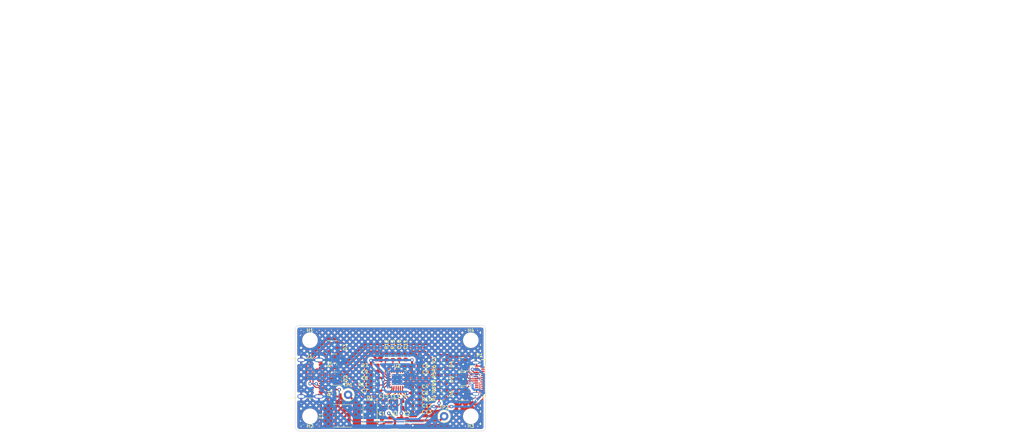
<source format=kicad_pcb>
(kicad_pcb (version 20211014) (generator pcbnew)
  (layers (0 "F.Cu" signal) (31 "B.Cu" signal) (34 "B.Paste" user) (35 "F.Paste" user) (36 "B.SilkS" user "B.Silkscreen") (37 "F.SilkS" user "F.Silkscreen") (38 "B.Mask" user) (39 "F.Mask" user) (44 "Edge.Cuts" user))
  (net 0 "")
  (net 1 "VBUS")
  (net 2 "GND")
  (net 3 "+3V3")
  (net 4 "Net-(C9-Pad1)")
  (net 5 "Net-(C10-Pad1)")
  (net 6 "Net-(C12-Pad1)")
  (net 7 "Net-(C14-Pad2)")
  (net 8 "Net-(C15-Pad2)")
  (net 9 "/USB_CONN.D-")
  (net 10 "/USB_CONN.D+")
  (net 11 "/USB_CONN.CC1")
  (net 12 "/USB_CONN.CC2")
  (net 13 "/USB.OUT.CC1")
  (net 14 "/USB.OUT.CC2")
  (net 15 "/SYS.D-")
  (net 16 "/SYS.D+")
  (net 17 "/GNSS.D+")
  (net 18 "/GNSS.D-")
  (net 19 "Net-(F1-Pad2)")
  (net 28 "/HUB.P1.D-")
  (net 29 "/HUB.P1.D+")
  (net 30 "/HUB.P2.D-")
  (net 31 "/HUB.P2.D+")
  (net 32 "Net-(R10-Pad1)")
  (net 33 "Net-(R11-Pad1)")
  (net 34 "Net-(R12-Pad1)")
  (net 35 "Net-(R13-Pad1)")
  (footprint "Resistor_SMD:R_0603_1608Metric" (layer "F.Cu") (at 128.4 127.5)
    (fp_text reference "R10")
    (fp_text value "12k")
  )
  (footprint "Package_TO_SOT_SMD:SOT-23" (layer "F.Cu") (at 139.3 119.2 180)
    (fp_text reference "D4")
    (fp_text value "SP0502BAHT")
  )
  (footprint "TestPoint:TestPoint_Loop_D1.80mm_Drill1.0mm_Beaded" (layer "F.Cu") (at 135.2 131.5)
    (fp_text reference "TP2")
    (fp_text value "TP.PWR.3V3")
  )
  (footprint "Resistor_SMD:R_0603_1608Metric" (layer "F.Cu") (at 134.8 127.152084)
    (fp_text reference "R4")
    (fp_text value "0")
  )
  (footprint "Crystal:Crystal_SMD_2016-4Pin_2.0x1.6mm" (layer "F.Cu") (at 123.1 128.7 -90)
    (fp_text reference "Y1")
    (fp_text value "24MHz")
  )
  (footprint "Fuse:Fuse_2920_7451Metric" (layer "F.Cu") (at 111.2 131.4 180)
    (fp_text reference "F1")
    (fp_text value "PTC,3A,15V")
  )
  (footprint "MountingHole:MountingHole_2.7mm_M2.5" (layer "F.Cu") (at 103.5 113.5)
    (fp_text reference "H1")
    (fp_text value "MountingHole")
  )
  (footprint "Connector_USB:USB_C_Receptacle_GCT_USB4105-xx-A_16P_TopMnt_Horizontal" (layer "F.Cu") (at 102.5 122.5 -90)
    (fp_text reference "J1")
    (fp_text value "USB_C_Receptacle_USB2.0")
  )
  (footprint "Capacitor_SMD:C_0603_1608Metric" (layer "F.Cu") (at 128.4 126)
    (fp_text reference "C3")
    (fp_text value "0.1uF")
  )
  (footprint "Capacitor_SMD:C_0603_1608Metric" (layer "F.Cu") (at 124.6 117.3 90)
    (fp_text reference "C10")
    (fp_text value "1uF")
  )
  (footprint "TestPoint:TestPoint_Loop_D1.80mm_Drill1.0mm_Beaded" (layer "F.Cu") (at 112.5 126.4)
    (fp_text reference "TP1")
    (fp_text value "TP.PWR.VBUS")
  )
  (footprint "Resistor_SMD:R_0603_1608Metric" (layer "F.Cu") (at 134.8 120.152084)
    (fp_text reference "R6")
    (fp_text value "0")
  )
  (footprint "Capacitor_SMD:C_0603_1608Metric" (layer "F.Cu") (at 126.4 132.9 -90)
    (fp_text reference "C2")
    (fp_text value "1uF")
  )
  (footprint "Capacitor_SMD:C_0603_1608Metric" (layer "F.Cu") (at 128.4 119.6)
    (fp_text reference "C6")
    (fp_text value "1nF")
  )
  (footprint "zesys_package_dfn_qfn:QFN-24-1EP_4x4mm_P0.5mm_EP2.5x2.5mm_ThermalVias" (layer "F.Cu") (at 124.1 122.79 180)
    (fp_text reference "U2")
    (fp_text value "USB2422")
  )
  (footprint "Capacitor_SMD:C_0603_1608Metric" (layer "F.Cu") (at 118.7 122.5 180)
    (fp_text reference "C8")
    (fp_text value "1nF")
  )
  (footprint "zesys_connector_usb:USB_C_Plug_GCT_USB4155-03-C" (layer "F.Cu") (at 143.6125 122.5 90)
    (fp_text reference "P1")
    (fp_text value "USB_C_Plug")
  )
  (footprint "MountingHole:MountingHole_2.7mm_M2.5" (layer "F.Cu") (at 141.5 113.5)
    (fp_text reference "H4")
    (fp_text value "MountingHole")
  )
  (footprint "Resistor_SMD:R_0603_1608Metric" (layer "F.Cu") (at 109.3 126 -90)
    (fp_text reference "R1")
    (fp_text value "5.1k")
  )
  (footprint "Capacitor_SMD:C_0603_1608Metric" (layer "F.Cu") (at 126.1 117.3 90)
    (fp_text reference "C11")
    (fp_text value "1nF")
  )
  (footprint "Capacitor_SMD:C_0603_1608Metric" (layer "F.Cu") (at 118.7 125.5 180)
    (fp_text reference "C7")
    (fp_text value "0.1uF")
  )
  (footprint "Capacitor_SMD:C_0603_1608Metric" (layer "F.Cu") (at 128.4 129)
    (fp_text reference "C12")
    (fp_text value "0.1uF")
  )
  (footprint "Capacitor_SMD:C_0603_1608Metric" (layer "F.Cu") (at 125.3 128.7 90)
    (fp_text reference "C14")
    (fp_text value "18pF")
  )
  (footprint "Resistor_SMD:R_0603_1608Metric" (layer "F.Cu") (at 134.8 118.252084)
    (fp_text reference "R3")
    (fp_text value "0")
  )
  (footprint "Capacitor_SMD:C_0603_1608Metric" (layer "F.Cu") (at 118.7 121 180)
    (fp_text reference "C9")
    (fp_text value "0.1uF")
  )
  (footprint "Package_TO_SOT_SMD:SOT-23" (layer "F.Cu") (at 139.3 126.2 180)
    (fp_text reference "D6")
    (fp_text value "SP0502BAHT")
  )
  (footprint "Resistor_SMD:R_0603_1608Metric" (layer "F.Cu") (at 118.7 124 180)
    (fp_text reference "R11")
    (fp_text value "56k")
  )
  (footprint "Resistor_SMD:R_0603_1608Metric" (layer "F.Cu") (at 134.8 121.752084)
    (fp_text reference "R5")
    (fp_text value "0")
  )
  (footprint "Package_TO_SOT_SMD:SOT-23" (layer "F.Cu") (at 139.3 122.702084 180)
    (fp_text reference "D5")
    (fp_text value "SP0502BAHT")
  )
  (footprint "Package_TO_SOT_SMD:SOT-23" (layer "F.Cu") (at 109.3 122.6 180)
    (fp_text reference "D2")
    (fp_text value "SP0502BAHT")
  )
  (footprint "Package_TO_SOT_SMD:SOT-23" (layer "F.Cu") (at 109.3 115.2)
    (fp_text reference "D3")
    (fp_text value "SP0502BAHT")
  )
  (footprint "MountingHole:MountingHole_2.7mm_M2.5" (layer "F.Cu") (at 141.5 131.5)
    (fp_text reference "H3")
    (fp_text value "MountingHole")
  )
  (footprint "Capacitor_SMD:C_0603_1608Metric" (layer "F.Cu") (at 128.4 121.1)
    (fp_text reference "C5")
    (fp_text value "0.1uF")
  )
  (footprint "Resistor_SMD:R_0603_1608Metric" (layer "F.Cu") (at 134.8 125.252084)
    (fp_text reference "R8")
    (fp_text value "0")
  )
  (footprint "Capacitor_SMD:C_0603_1608Metric" (layer "F.Cu") (at 120.9 128.7 90)
    (fp_text reference "C15")
    (fp_text value "18pF")
  )
  (footprint "MountingHole:MountingHole_2.7mm_M2.5" (layer "F.Cu") (at 103.5 131.5)
    (fp_text reference "H2")
    (fp_text value "MountingHole")
  )
  (footprint "Resistor_SMD:R_0603_1608Metric" (layer "F.Cu") (at 121.6 117.3 90)
    (fp_text reference "R12")
    (fp_text value "56k")
  )
  (footprint "Diode_SMD:D_SMA" (layer "F.Cu") (at 117.7 131.2 -90)
    (fp_text reference "D1")
    (fp_text value "SMAJ15A")
  )
  (footprint "Capacitor_SMD:C_0603_1608Metric" (layer "F.Cu") (at 128.4 124.5)
    (fp_text reference "C4")
    (fp_text value "1nF")
  )
  (footprint "Package_TO_SOT_SMD:SOT-23-5" (layer "F.Cu") (at 123.5 132.9)
    (fp_text reference "U1")
    (fp_text value "AP7375-33W5-7")
  )
  (footprint "Capacitor_SMD:C_0603_1608Metric" (layer "F.Cu") (at 128.4 130.5)
    (fp_text reference "C13")
    (fp_text value "1nF")
  )
  (footprint "Resistor_SMD:R_0603_1608Metric" (layer "F.Cu") (at 118.7 119.5)
    (fp_text reference "R7")
    (fp_text value "100k")
  )
  (footprint "Resistor_SMD:R_0603_1608Metric" (layer "F.Cu") (at 109.3 119.2 90)
    (fp_text reference "R2")
    (fp_text value "5.1k")
  )
  (footprint "Resistor_SMD:R_0603_1608Metric" (layer "F.Cu") (at 123.1 117.3 90)
    (fp_text reference "R13")
    (fp_text value "56k")
  )
  (footprint "Capacitor_SMD:C_0603_1608Metric" (layer "F.Cu") (at 120.5 132.9 -90)
    (fp_text reference "C1")
    (fp_text value "2.2uF")
  )
  (footprint "Resistor_SMD:R_0603_1608Metric" (layer "F.Cu") (at 134.8 123.652084)
    (fp_text reference "R9")
    (fp_text value "0")
  )
  (gr_line (start 100 134) (end 100 111) (layer "Edge.Cuts") (width 0.1))
  (gr_arc (start 101 135) (mid 100.292893 134.707107) (end 100 134) (layer "Edge.Cuts") (width 0.1))
  (gr_line (start 145 111) (end 145 134) (layer "Edge.Cuts") (width 0.1))
  (gr_arc (start 144 110) (mid 144.707107 110.292893) (end 145 111) (layer "Edge.Cuts") (width 0.1))
  (gr_line (start 144 135) (end 101 135) (layer "Edge.Cuts") (width 0.1))
  (gr_arc (start 145 134) (mid 144.707107 134.707107) (end 144 135) (layer "Edge.Cuts") (width 0.1))
  (gr_line (start 101 110) (end 144 110) (layer "Edge.Cuts") (width 0.1))
  (gr_arc (start 100 111) (mid 100.292893 110.292893) (end 101 110) (layer "Edge.Cuts") (width 0.1))
  (segment (start 143.73 123.9805) (end 143.8355 123.875) (width 0.127) (layer "F.Cu") (net 1))
  (segment (start 116.7875 129.2) (end 114.5875 131.4) (width 0.5) (layer "F.Cu") (net 1))
  (segment (start 136.9 129.2) (end 132.8 129.2) (width 0.5) (layer "F.Cu") (net 1))
  (segment (start 123.05 131.95) (end 122.3625 131.95) (width 0.5) (layer "F.Cu") (net 1))
  (segment (start 143.7236 121.125) (end 142.8625 121.125) (width 0.1778) (layer "F.Cu") (net 1))
  (segment (start 122.3625 131.0625) (end 122.1 130.8) (width 0.5) (layer "F.Cu") (net 1))
  (segment (start 123.051409 133.85) (end 123.6 133.301409) (width 0.5) (layer "F.Cu") (net 1))
  (segment (start 143.8355 123.875) (end 144.3625 123.875) (width 0.127) (layer "F.Cu") (net 1))
  (segment (start 144.1 126.043197) (end 143.73 125.673197) (width 0.127) (layer "F.Cu") (net 1))
  (segment (start 122.3625 133.85) (end 123.051409 133.85) (width 0.5) (layer "F.Cu") (net 1))
  (segment (start 120.675 131.95) (end 120.5 132.125) (width 0.5) (layer "F.Cu") (net 1))
  (segment (start 142.918953 127.740257) (end 144.1 126.55921) (width 0.127) (layer "F.Cu") (net 1))
  (segment (start 143.73 125.673197) (end 143.73 123.9805) (width 0.127) (layer "F.Cu") (net 1))
  (segment (start 142.849852 127.740257) (end 142.918953 127.740257) (width 0.127) (layer "F.Cu") (net 1))
  (segment (start 114.5875 128.4875) (end 114.5875 131.4) (width 0.5) (layer "F.Cu") (net 1))
  (segment (start 142.225 121.125) (end 141.9 120.8) (width 0.25) (layer "F.Cu") (net 1))
  (segment (start 112.5 126.4) (end 114.5875 128.4875) (width 0.5) (layer "F.Cu") (net 1))
  (segment (start 120.5 132.125) (end 120.5 132) (width 0.5) (layer "F.Cu") (net 1))
  (segment (start 143.8625 121.2639) (end 143.7236 121.125) (width 0.1778) (layer "F.Cu") (net 1))
  (segment (start 141.9 120.8) (end 141.9 120.4) (width 0.25) (layer "F.Cu") (net 1))
  (segment (start 144.2514 121.2639) (end 143.8625 121.2639) (width 0.1778) (layer "F.Cu") (net 1))
  (segment (start 120.5 132) (end 117.7 129.2) (width 0.5) (layer "F.Cu") (net 1))
  (segment (start 123.6 133.301409) (end 123.6 132.5) (width 0.5) (layer "F.Cu") (net 1))
  (segment (start 122.3625 131.95) (end 122.3625 131.0625) (width 0.5) (layer "F.Cu") (net 1))
  (segment (start 142.8625 121.125) (end 142.225 121.125) (width 0.25) (layer "F.Cu") (net 1))
  (segment (start 122.3625 131.95) (end 120.675 131.95) (width 0.5) (layer "F.Cu") (net 1))
  (segment (start 123.6 132.5) (end 123.05 131.95) (width 0.5) (layer "F.Cu") (net 1))
  (segment (start 117.7 129.2) (end 116.7875 129.2) (width 0.5) (layer "F.Cu") (net 1))
  (segment (start 144.3625 121.375) (end 144.2514 121.2639) (width 0.1778) (layer "F.Cu") (net 1))
  (segment (start 144.1 126.55921) (end 144.1 126.043197) (width 0.127) (layer "F.Cu") (net 1))
  (segment (start 141.9345 123.625) (end 141.91 123.6495) (width 0.2286) (layer "F.Cu") (net 1))
  (segment (start 142.8625 123.625) (end 141.9345 123.625) (width 0.2286) (layer "F.Cu") (net 1))
  (via (at 142.849852 127.740257) (size 0.5) (drill 0.3) (layers "F.Cu" "B.Cu") (net 1))
  (via (at 136.9 129.2) (size 0.8) (drill 0.4) (layers "F.Cu" "B.Cu") (net 1))
  (via (at 141.91 123.6495) (size 0.5) (drill 0.3) (layers "F.Cu" "B.Cu") (net 1))
  (via (at 141.9 120.4) (size 0.8) (drill 0.4) (layers "F.Cu" "B.Cu") (net 1))
  (via (at 122.1 130.8) (size 0.8) (drill 0.4) (layers "F.Cu" "B.Cu") (net 1))
  (via (at 132.8 129.2) (size 0.8) (drill 0.4) (layers "F.Cu" "B.Cu") (net 1))
  (segment (start 132.2 129.2) (end 129.2 132.2) (width 0.5) (layer "B.Cu") (net 1))
  (segment (start 143.3 120.4) (end 141.9 120.4) (width 0.5) (layer "B.Cu") (net 1))
  (segment (start 144.5635 121.6635) (end 143.3 120.4) (width 0.5) (layer "B.Cu") (net 1))
  (segment (start 144.5635 126.0135) (end 144.3135 126.0135) (width 0.5) (layer "B.Cu") (net 1))
  (segment (start 123.5 132.2) (end 122.1 130.8) (width 0.5) (layer "B.Cu") (net 1))
  (segment (start 144.5635 126.0135) (end 144.5635 121.6635) (width 0.5) (layer "B.Cu") (net 1))
  (segment (start 142.849852 127.740257) (end 144.5635 126.026609) (width 0.5) (layer "B.Cu") (net 1))
  (segment (start 142.849852 127.740257) (end 141.390109 129.2) (width 0.5) (layer "B.Cu") (net 1))
  (segment (start 132.8 129.2) (end 132.2 129.2) (width 0.5) (layer "B.Cu") (net 1))
  (segment (start 143.54 125.24) (end 142.31 125.24) (width 0.5) (layer "B.Cu") (net 1))
  (segment (start 141.91 124.84) (end 141.91 123.6495) (width 0.5) (layer "B.Cu") (net 1))
  (segment (start 144.3135 126.0135) (end 143.54 125.24) (width 0.5) (layer "B.Cu") (net 1))
  (segment (start 141.390109 129.2) (end 136.9 129.2) (width 0.5) (layer "B.Cu") (net 1))
  (segment (start 142.31 125.24) (end 141.91 124.84) (width 0.5) (layer "B.Cu") (net 1))
  (segment (start 129.2 132.2) (end 123.5 132.2) (width 0.5) (layer "B.Cu") (net 1))
  (segment (start 144.5635 126.026609) (end 144.5635 126.0135) (width 0.5) (layer "B.Cu") (net 1))
  (segment (start 121.6 116.475) (end 118.025 116.475) (width 0.5) (layer "F.Cu") (net 2))
  (segment (start 117.875 125.45) (end 117.925 125.5) (width 0.5) (layer "F.Cu") (net 2))
  (segment (start 129.225 127.5) (end 129.225 128.95) (width 0.5) (layer "F.Cu") (net 2))
  (segment (start 142.2 128.3) (end 143.4044 128.3) (width 0.127) (layer "F.Cu") (net 2))
  (segment (start 122.3625 132.9) (end 121.275 132.9) (width 0.5) (layer "F.Cu") (net 2))
  (segment (start 126.4 133.675) (end 127.775 133.675) (width 0.5) (layer "F.Cu") (net 2))
  (segment (start 109.3 118.375) (end 109.3 118.1) (width 0.5) (layer "F.Cu") (net 2))
  (segment (start 126.1 116.525) (end 124.6 116.525) (width 0.5) (layer "F.Cu") (net 2))
  (segment (start 109.375 118.3) (end 109.3 118.375) (width 0.5) (layer "F.Cu") (net 2))
  (segment (start 129.2 119.575) (end 129.175 119.6) (width 0.5) (layer "F.Cu") (net 2))
  (segment (start 118.175 133.675) (end 117.7 133.2) (width 0.5) (layer "F.Cu") (net 2))
  (segment (start 127.775 133.675) (end 127.8 133.7) (width 0.5) (layer "F.Cu") (net 2))
  (segment (start 138.3625 126.2) (end 139.7 126.2) (width 0.5) (layer "F.Cu") (net 2))
  (segment (start 129.175 124.5) (end 129.175 126) (width 0.5) (layer "F.Cu") (net 2))
  (segment (start 116.4 119.475) (end 117.925 121) (width 0.5) (layer "F.Cu") (net 2))
  (segment (start 123.1 116.475) (end 121.6 116.475) (width 0.5) (layer "F.Cu") (net 2))
  (segment (start 142.8625 119) (end 142.6625 118.8) (width 0.25) (layer "F.Cu") (net 2))
  (segment (start 129.2 117.5) (end 129.2 118.3) (width 0.5) (layer "F.Cu") (net 2))
  (segment (start 109.3 118.1) (end 110.2375 117.1625) (width 0.5) (layer "F.Cu") (net 2))
  (segment (start 143.625 119.625) (end 142.8625 119.625) (width 0.25) (layer "F.Cu") (net 2))
  (segment (start 120.875 129.5) (end 120.9 129.475) (width 0.5) (layer "F.Cu") (net 2))
  (segment (start 106.18 119.3) (end 106.18 118.755) (width 0.5) (layer "F.Cu") (net 2))
  (segment (start 110.9 128.1) (end 112.3 129.5) (width 0.5) (layer "F.Cu") (net 2))
  (segment (start 138.3625 119.2) (end 139.7 119.2) (width 0.5) (layer "F.Cu") (net 2))
  (segment (start 119.525 133.675) (end 118.175 133.675) (width 0.5) (layer "F.Cu") (net 2))
  (segment (start 129.175 129) (end 129.175 130.5) (width 0.5) (layer "F.Cu") (net 2))
  (segment (start 117.7 133.2) (end 117.7 131.4) (width 0.5) (layer "F.Cu") (net 2))
  (segment (start 109.3 126.825) (end 109.3 128.1) (width 0.5) (layer "F.Cu") (net 2))
  (segment (start 108.3625 122.6) (end 109.980654 122.6) (width 0.5) (layer "F.Cu") (net 2))
  (segment (start 129.225 128.95) (end 129.175 129) (width 0.5) (layer "F.Cu") (net 2))
  (segment (start 109.980654 122.6) (end 110.002058 122.578596) (width 0.5) (layer "F.Cu") (net 2))
  (segment (start 129.175 126) (end 129.175 127.45) (width 0.5) (layer "F.Cu") (net 2))
  (segment (start 129.175 127.45) (end 129.225 127.5) (width 0.5) (layer "F.Cu") (net 2))
  (segment (start 128.5 131.5) (end 129.175 130.825) (width 0.5) (layer "F.Cu") (net 2))
  (segment (start 117.925 121) (end 117.925 122.5) (width 0.5) (layer "F.Cu") (net 2))
  (segment (start 138.3625 122.702084) (end 139.697916 122.702084) (width 0.5) (layer "F.Cu") (net 2))
  (segment (start 126.1 116.525) (end 128.225 116.525) (width 0.5) (layer "F.Cu") (net 2))
  (segment (start 139.697916 122.702084) (end 139.7 122.7) (width 0.5) (layer "F.Cu") (net 2))
  (segment (start 129.175 121.1) (end 129.175 119.6) (width 0.5) (layer "F.Cu") (net 2))
  (segment (start 142.8625 125.125) (end 142.8625 126) (width 0.25) (layer "F.Cu") (net 2))
  (segment (start 139.7 126.2) (end 142.6625 126.2) (width 0.5) (layer "F.Cu") (net 2))
  (segment (start 143.4044 128.3) (end 143.95796 127.74644) (width 0.127) (layer "F.Cu") (net 2))
  (segment (start 129.2 118.3) (end 129.2 119.575) (width 0.5) (layer "F.Cu") (net 2))
  (segment (start 117.925 123.95) (end 117.875 124) (width 0.5) (layer "F.Cu") (net 2))
  (segment (start 144.3625 127.3419) (end 143.95796 127.74644) (width 0.127) (layer "F.Cu") (net 2))
  (segment (start 120.5 133.675) (end 119.525 133.675) (width 0.5) (layer "F.Cu") (net 2))
  (segment (start 131 124.5) (end 131.8 125.3) (width 0.5) (layer "F.Cu") (net 2))
  (segment (start 119.6 129.5) (end 120.875 129.5) (width 0.5) (layer "F.Cu") (net 2))
  (segment (start 127.2 131.5) (end 128.5 131.5) (width 0.5) (layer "F.Cu") (net 2))
  (segment (start 117.875 124) (end 117.875 125.45) (width 0.5) (layer "F.Cu") (net 2))
  (segment (start 128.225 116.525) (end 129.2 117.5) (width 0.5) (layer "F.Cu") (net 2))
  (segment (start 123.15 116.525) (end 123.1 116.475) (width 0.5) (layer "F.Cu") (net 2))
  (segment (start 124.6 116.525) (end 123.15 116.525) (width 0.5) (layer "F.Cu") (net 2))
  (segment (start 141.7 127.8) (end 142.2 128.3) (width 0.127) (layer "F.Cu") (net 2))
  (segment (start 127.8 133.7) (end 128 133.9) (width 0.5) (layer "F.Cu") (net 2))
  (segment (start 121.275 132.9) (end 120.5 133.675) (width 0.5) (layer "F.Cu") (net 2))
  (segment (start 116.4 118.1) (end 116.4 119.475) (width 0.5) (layer "F.Cu") (net 2))
  (segment (start 117.925 122.5) (end 117.925 123.95) (width 0.5) (layer "F.Cu") (net 2))
  (segment (start 106.18 125.7) (end 106.18 126.245) (width 0.5) (layer "F.Cu") (net 2))
  (segment (start 143.875 119.875) (end 143.625 119.625) (width 0.25) (layer "F.Cu") (net 2))
  (segment (start 110.7 118.3) (end 109.375 118.3) (width 0.5) (layer "F.Cu") (net 2))
  (segment (start 109.3 128.1) (end 110.9 128.1) (width 0.5) (layer "F.Cu") (net 2))
  (segment (start 110.2375 117.1625) (end 110.2375 115.2) (width 0.5) (layer "F.Cu") (net 2))
  (segment (start 106.18 118.755) (end 105.605 118.18) (width 0.5) (layer "F.Cu") (net 2))
  (segment (start 142.8625 119.625) (end 142.8625 119) (width 0.25) (layer "F.Cu") (net 2))
  (segment (start 128 133.9) (end 135.948529 133.9) (width 0.5) (layer "F.Cu") (net 2))
  (segment (start 144.3625 125.375) (end 144.3625 127.3419) (width 0.127) (layer "F.Cu") (net 2))
  (segment (start 125.3 129.6) (end 127.2 131.5) (width 0.5) (layer "F.Cu") (net 2))
  (segment (start 118.025 116.475) (end 116.4 118.1) (width 0.5) (layer "F.Cu") (net 2))
  (segment (start 129.175 130.825) (end 129.175 130.5) (width 0.5) (layer "F.Cu") (net 2))
  (segment (start 129.175 124.5) (end 131 124.5) (width 0.5) (layer "F.Cu") (net 2))
  (segment (start 106.18 126.245) (end 105.605 126.82) (width 0.5) (layer "F.Cu") (net 2))
  (segment (start 144.3625 119.875) (end 143.875 119.875) (width 0.25) (layer "F.Cu") (net 2))
  (segment (start 125.3 129.475) (end 125.3 129.6) (width 0.5) (layer "F.Cu") (net 2))
  (segment (start 142.8625 126) (end 142.6625 126.2) (width 0.25) (layer "F.Cu") (net 2))
  (via (at 139.7 126.2) (size 0.8) (drill 0.4) (layers "F.Cu" "B.Cu") (net 2))
  (via (at 139.7 119.2) (size 0.8) (drill 0.4) (layers "F.Cu" "B.Cu") (net 2))
  (via (at 109.3 128.1) (size 0.8) (drill 0.4) (layers "F.Cu" "B.Cu") (net 2))
  (via (at 110.002058 122.578596) (size 0.8) (drill 0.4) (layers "F.Cu" "B.Cu") (net 2))
  (via (at 141.7 127.8) (size 0.5) (drill 0.3) (layers "F.Cu" "B.Cu") (net 2))
  (via (at 139.7 122.7) (size 0.8) (drill 0.4) (layers "F.Cu" "B.Cu") (net 2))
  (via (at 112.3 129.5) (size 0.8) (drill 0.4) (layers "F.Cu" "B.Cu") (net 2))
  (via (at 117.7 131.4) (size 0.8) (drill 0.4) (layers "F.Cu" "B.Cu") (net 2))
  (via (at 119.6 129.5) (size 0.8) (drill 0.4) (layers "F.Cu" "B.Cu") (net 2))
  (via (at 127.8 133.7) (size 0.8) (drill 0.4) (layers "F.Cu" "B.Cu") (net 2))
  (via (at 119.525 133.675) (size 0.8) (drill 0.4) (layers "F.Cu" "B.Cu") (net 2))
  (via (at 131.8 125.3) (size 0.8) (drill 0.4) (layers "F.Cu" "B.Cu") (net 2))
  (via (at 129.2 118.3) (size 0.8) (drill 0.4) (layers "F.Cu" "B.Cu") (net 2))
  (via (at 110.7 118.3) (size 0.8) (drill 0.4) (layers "F.Cu" "B.Cu") (net 2))
  (segment (start 130.29 123.79) (end 125.1 123.79) (width 0.5) (layer "B.Cu") (net 2))
  (segment (start 142.6625 126.8375) (end 141.7 127.8) (width 0.127) (layer "B.Cu") (net 2))
  (segment (start 105.605 118.18) (end 110.58 118.18) (width 0.5) (layer "B.Cu") (net 2))
  (segment (start 125.1 121.79) (end 128.41 121.79) (width 0.5) (layer "B.Cu") (net 2))
  (segment (start 139.7 119.2) (end 139.7 122.7) (width 0.5) (layer "B.Cu") (net 2))
  (segment (start 112.3 129.5) (end 119.6 129.5) (width 0.5) (layer "B.Cu") (net 2))
  (segment (start 110.002058 122.578596) (end 110.002058 118.997942) (width 0.5) (layer "B.Cu") (net 2))
  (segment (start 119.55 133.7) (end 119.525 133.675) (width 0.5) (layer "B.Cu") (net 2))
  (segment (start 139.7 122.7) (end 139.7 126.2) (width 0.5) (layer "B.Cu") (net 2))
  (segment (start 129.2 121) (end 129.2 118.3) (width 0.5) (layer "B.Cu") (net 2))
  (segment (start 128.41 121.79) (end 129.2 121) (width 0.5) (layer "B.Cu") (net 2))
  (segment (start 131.8 125.3) (end 130.29 123.79) (width 0.5) (layer "B.Cu") (net 2))
  (segment (start 110.002058 118.997942) (end 110.7 118.3) (width 0.5) (layer "B.Cu") (net 2))
  (segment (start 101.425 118.18) (end 105.605 118.18) (width 0.5) (layer "B.Cu") (net 2))
  (segment (start 109.3 128.1) (end 109.3 123.280654) (width 0.5) (layer "B.Cu") (net 2))
  (segment (start 108.02 126.82) (end 109.3 128.1) (width 0.5) (layer "B.Cu") (net 2))
  (segment (start 142.6625 126.2) (end 142.6625 126.8375) (width 0.127) (layer "B.Cu") (net 2))
  (segment (start 101.425 126.82) (end 105.605 126.82) (width 0.5) (layer "B.Cu") (net 2))
  (segment (start 109.3 123.280654) (end 110.002058 122.578596) (width 0.5) (layer "B.Cu") (net 2))
  (segment (start 127.8 133.7) (end 119.55 133.7) (width 0.5) (layer "B.Cu") (net 2))
  (segment (start 117.7 131.4) (end 119.6 129.5) (width 0.5) (layer "B.Cu") (net 2))
  (segment (start 110.58 118.18) (end 110.7 118.3) (width 0.5) (layer "B.Cu") (net 2))
  (segment (start 139.7 119.2) (end 142.2625 119.2) (width 0.5) (layer "B.Cu") (net 2))
  (segment (start 142.2625 119.2) (end 142.6625 118.8) (width 0.5) (layer "B.Cu") (net 2))
  (segment (start 105.605 126.82) (end 108.02 126.82) (width 0.5) (layer "B.Cu") (net 2))
  (segment (start 125.1 131.6) (end 125.1 130.8) (width 0.5) (layer "F.Cu") (net 3))
  (segment (start 119.575 122.4) (end 119.475 122.5) (width 0.5) (layer "F.Cu") (net 3))
  (segment (start 120.8 122.9) (end 120.3 122.4) (width 0.5) (layer "F.Cu") (net 3))
  (segment (start 126.775 132.5) (end 126.4 132.125) (width 0.5) (layer "F.Cu") (net 3))
  (segment (start 120.94 123.04) (end 120.8 122.9) (width 0.25) (layer "F.Cu") (net 3))
  (segment (start 124.7875 132.1) (end 126.375 132.1) (width 0.5) (layer "F.Cu") (net 3))
  (segment (start 127.625 126) (end 127.625 124.5) (width 0.5) (layer "F.Cu") (net 3))
  (segment (start 124.35 120.15) (end 124.9 119.6) (width 0.25) (layer "F.Cu") (net 3))
  (segment (start 127.625 119.6) (end 125.2 119.6) (width 0.5) (layer "F.Cu") (net 3))
  (segment (start 126.4 132.125) (end 125.625 132.125) (width 0.5) (layer "F.Cu") (net 3))
  (segment (start 124.35 120.8525) (end 124.35 120.15) (width 0.25) (layer "F.Cu") (net 3))
  (segment (start 117.875 118.325) (end 117.9 118.3) (width 0.5) (layer "F.Cu") (net 3))
  (segment (start 127.625 121.1) (end 127.625 119.6) (width 0.5) (layer "F.Cu") (net 3))
  (segment (start 127.625 124.5) (end 127.19 124.065) (width 0.5) (layer "F.Cu") (net 3))
  (segment (start 127.19 124.065) (end 126.0375 124.065) (width 0.5) (layer "F.Cu") (net 3))
  (segment (start 127.625 119.6) (end 127.625 118.225) (width 0.5) (layer "F.Cu") (net 3))
  (segment (start 122.1625 123.04) (end 120.94 123.04) (width 0.25) (layer "F.Cu") (net 3))
  (segment (start 124.6375 131.95) (end 124.7875 132.1) (width 0.5) (layer "F.Cu") (net 3))
  (segment (start 127.625 118.225) (end 127.6 118.2) (width 0.5) (layer "F.Cu") (net 3))
  (segment (start 119.475 125.5) (end 120.3 125.5) (width 0.5) (layer "F.Cu") (net 3))
  (segment (start 120.3 122.4) (end 119.575 122.4) (width 0.5) (layer "F.Cu") (net 3))
  (segment (start 120.3 125.5) (end 120.8 125) (width 0.5) (layer "F.Cu") (net 3))
  (segment (start 117.875 119.5) (end 117.875 118.325) (width 0.5) (layer "F.Cu") (net 3))
  (segment (start 126.6 126) (end 127.625 126) (width 0.5) (layer "F.Cu") (net 3))
  (segment (start 122.1625 124.04) (end 121.76 124.04) (width 0.25) (layer "F.Cu") (net 3))
  (segment (start 135.2 131.5) (end 134.2 132.5) (width 0.5) (layer "F.Cu") (net 3))
  (segment (start 124.9 119.6) (end 125.2 119.6) (width 0.25) (layer "F.Cu") (net 3))
  (segment (start 126.375 132.1) (end 126.4 132.125) (width 0.5) (layer "F.Cu") (net 3))
  (segment (start 121.76 124.04) (end 120.8 125) (width 0.25) (layer "F.Cu") (net 3))
  (segment (start 134.2 132.5) (end 126.775 132.5) (width 0.5) (layer "F.Cu") (net 3))
  (segment (start 125.625 132.125) (end 125.1 131.6) (width 0.5) (layer "F.Cu") (net 3))
  (via (at 120.8 125) (size 0.8) (drill 0.4) (layers "F.Cu" "B.Cu") (net 3))
  (via (at 126.6 126) (size 0.8) (drill 0.4) (layers "F.Cu" "B.Cu") (net 3))
  (via (at 120.8 122.9) (size 0.8) (drill 0.4) (layers "F.Cu" "B.Cu") (net 3))
  (via (at 127.6 118.2) (size 0.8) (drill 0.4) (layers "F.Cu" "B.Cu") (net 3))
  (via (at 125.1 130.8) (size 0.8) (drill 0.4) (layers "F.Cu" "B.Cu") (net 3))
  (via (at 117.9 118.3) (size 0.8) (drill 0.4) (layers "F.Cu" "B.Cu") (net 3))
  (segment (start 117.9 118.3) (end 120.8 121.2) (width 0.5) (layer "B.Cu") (net 3))
  (segment (start 118 118.2) (end 117.9 118.3) (width 0.5) (layer "B.Cu") (net 3))
  (segment (start 120.8 125) (end 120.8 122.9) (width 0.5) (layer "B.Cu") (net 3))
  (segment (start 125.1 130.8) (end 125.1 127.6) (width 0.5) (layer "B.Cu") (net 3))
  (segment (start 126.6 126.1) (end 126.6 126) (width 0.5) (layer "B.Cu") (net 3))
  (segment (start 126.6 126) (end 126.3 125.7) (width 0.5) (layer "B.Cu") (net 3))
  (segment (start 127.6 118.2) (end 118 118.2) (width 0.5) (layer "B.Cu") (net 3))
  (segment (start 120.8 121.2) (end 120.8 122.9) (width 0.5) (layer "B.Cu") (net 3))
  (segment (start 126.3 125.7) (end 121.5 125.7) (width 0.5) (layer "B.Cu") (net 3))
  (segment (start 125.1 127.6) (end 126.6 126.1) (width 0.5) (layer "B.Cu") (net 3))
  (segment (start 121.5 125.7) (end 120.8 125) (width 0.5) (layer "B.Cu") (net 3))
  (segment (start 119.525 120.95) (end 119.475 121) (width 0.25) (layer "F.Cu") (net 4))
  (segment (start 121.64 122.54) (end 120.1 121) (width 0.25) (layer "F.Cu") (net 4))
  (segment (start 119.525 119.5) (end 119.525 120.95) (width 0.25) (layer "F.Cu") (net 4))
  (segment (start 122.1625 122.54) (end 121.64 122.54) (width 0.25) (layer "F.Cu") (net 4))
  (segment (start 120.1 121) (end 119.475 121) (width 0.25) (layer "F.Cu") (net 4))
  (segment (start 124.6 119.1) (end 124.6 118.075) (width 0.25) (layer "F.Cu") (net 5))
  (segment (start 123.85 120.8525) (end 123.85 119.85) (width 0.25) (layer "F.Cu") (net 5))
  (segment (start 123.85 119.85) (end 124.6 119.1) (width 0.25) (layer "F.Cu") (net 5))
  (segment (start 124.6 118.075) (end 126.1 118.075) (width 0.25) (layer "F.Cu") (net 5))
  (segment (start 124.85 126.05) (end 127.625 128.825) (width 0.25) (layer "F.Cu") (net 6))
  (segment (start 124.85 124.7275) (end 124.85 126.05) (width 0.25) (layer "F.Cu") (net 6))
  (segment (start 127.625 130.5) (end 127.625 129) (width 0.25) (layer "F.Cu") (net 6))
  (segment (start 127.625 128.825) (end 127.625 129) (width 0.25) (layer "F.Cu") (net 6))
  (segment (start 125.3 127.925) (end 125.3 128) (width 0.25) (layer "F.Cu") (net 7))
  (segment (start 123.9 129.4) (end 123.65 129.4) (width 0.25) (layer "F.Cu") (net 7))
  (segment (start 124.35 126.975) (end 125.3 127.925) (width 0.25) (layer "F.Cu") (net 7))
  (segment (start 125.3 128) (end 123.9 129.4) (width 0.25) (layer "F.Cu") (net 7))
  (segment (start 124.35 124.7275) (end 124.35 126.975) (width 0.25) (layer "F.Cu") (net 7))
  (segment (start 120.9 127.925) (end 122.475 127.925) (width 0.25) (layer "F.Cu") (net 8))
  (segment (start 123.85 124.7275) (end 123.85 125.85) (width 0.25) (layer "F.Cu") (net 8))
  (segment (start 122.475 127.925) (end 122.55 128) (width 0.25) (layer "F.Cu") (net 8))
  (segment (start 122.55 127.15) (end 122.55 128) (width 0.25) (layer "F.Cu") (net 8))
  (segment (start 123.85 125.85) (end 122.55 127.15) (width 0.25) (layer "F.Cu") (net 8))
  (segment (start 121.52192 126.5115) (end 122.911499 125.121921) (width 0.25) (layer "F.Cu") (net 9))
  (segment (start 116.07808 126.5115) (end 121.52192 126.5115) (width 0.25) (layer "F.Cu") (net 9))
  (segment (start 106.18 122.75) (end 106.85 122.75) (width 0.25) (layer "F.Cu") (net 9))
  (segment (start 110.1375 121.75) (end 110.2375 121.65) (width 0.25) (layer "F.Cu") (net 9))
  (segment (start 122.911499 124.788999) (end 122.85 124.7275) (width 0.25) (layer "F.Cu") (net 9))
  (segment (start 106.875 121.75) (end 106.18 121.75) (width 0.25) (layer "F.Cu") (net 9))
  (segment (start 110.998999 122.411499) (end 111.978079 122.411499) (width 0.25) (layer "F.Cu") (net 9))
  (segment (start 106.85 122.75) (end 107.1 122.5) (width 0.25) (layer "F.Cu") (net 9))
  (segment (start 122.911499 125.121921) (end 122.911499 124.788999) (width 0.25) (layer "F.Cu") (net 9))
  (segment (start 107.1 121.975) (end 106.875 121.75) (width 0.25) (layer "F.Cu") (net 9))
  (segment (start 110.2375 121.65) (end 110.998999 122.411499) (width 0.25) (layer "F.Cu") (net 9))
  (segment (start 106.18 121.75) (end 110.1375 121.75) (width 0.25) (layer "F.Cu") (net 9))
  (segment (start 111.978079 122.411499) (end 116.07808 126.5115) (width 0.25) (layer "F.Cu") (net 9))
  (segment (start 107.1 122.5) (end 107.1 121.975) (width 0.25) (layer "F.Cu") (net 9))
  (segment (start 105.55 123.25) (end 106.18 123.25) (width 0.25) (layer "F.Cu") (net 10))
  (segment (start 110.2375 123.55) (end 110.998999 122.788501) (width 0.25) (layer "F.Cu") (net 10))
  (segment (start 109.9375 123.25) (end 110.2375 123.55) (width 0.25) (layer "F.Cu") (net 10))
  (segment (start 105.3 122.5) (end 105.3 123) (width 0.25) (layer "F.Cu") (net 10))
  (segment (start 106.18 122.25) (end 105.55 122.25) (width 0.25) (layer "F.Cu") (net 10))
  (segment (start 110.998999 122.788501) (end 111.821921 122.788501) (width 0.25) (layer "F.Cu") (net 10))
  (segment (start 123.288501 124.788999) (end 123.35 124.7275) (width 0.25) (layer "F.Cu") (net 10))
  (segment (start 111.821921 122.788501) (end 115.92192 126.8885) (width 0.25) (layer "F.Cu") (net 10))
  (segment (start 106.18 123.25) (end 109.9375 123.25) (width 0.25) (layer "F.Cu") (net 10))
  (segment (start 123.288501 125.278079) (end 123.288501 124.788999) (width 0.25) (layer "F.Cu") (net 10))
  (segment (start 105.55 122.25) (end 105.3 122.5) (width 0.25) (layer "F.Cu") (net 10))
  (segment (start 105.3 123) (end 105.55 123.25) (width 0.25) (layer "F.Cu") (net 10))
  (segment (start 121.67808 126.8885) (end 123.288501 125.278079) (width 0.25) (layer "F.Cu") (net 10))
  (segment (start 115.92192 126.8885) (end 121.67808 126.8885) (width 0.25) (layer "F.Cu") (net 10))
  (segment (start 108.825 120.025) (end 109.3 120.025) (width 0.25) (layer "F.Cu") (net 11))
  (segment (start 131.022916 115.3) (end 133.975 118.252084) (width 0.25) (layer "F.Cu") (net 11))
  (segment (start 109.3 120.025) (end 112.175 120.025) (width 0.25) (layer "F.Cu") (net 11))
  (segment (start 112.175 120.025) (end 116.9 115.3) (width 0.25) (layer "F.Cu") (net 11))
  (segment (start 108.3625 116.15) (end 108.3625 119.5625) (width 0.25) (layer "F.Cu") (net 11))
  (segment (start 106.18 121.25) (end 108.075 121.25) (width 0.25) (layer "F.Cu") (net 11))
  (segment (start 116.9 115.3) (end 131.022916 115.3) (width 0.25) (layer "F.Cu") (net 11))
  (segment (start 108.075 121.25) (end 109.3 120.025) (width 0.25) (layer "F.Cu") (net 11))
  (segment (start 108.3625 119.5625) (end 108.825 120.025) (width 0.25) (layer "F.Cu") (net 11))
  (segment (start 103.5255 118.613484) (end 107.888984 114.25) (width 0.25) (layer "F.Cu") (net 12))
  (segment (start 110.375 125.175) (end 110.4 125.2) (width 0.25) (layer "F.Cu") (net 12))
  (segment (start 106.18 124.25) (end 105.45 124.25) (width 0.25) (layer "F.Cu") (net 12))
  (segment (start 106.18 124.25) (end 108.375 124.25) (width 0.25) (layer "F.Cu") (net 12))
  (segment (start 105.45 124.25) (end 105 123.8) (width 0.25) (layer "F.Cu") (net 12))
  (segment (start 107.888984 114.25) (end 108.3625 114.25) (width 0.25) (layer "F.Cu") (net 12))
  (segment (start 103.5255 123.786704) (end 103.5255 118.613484) (width 0.25) (layer "F.Cu") (net 12))
  (segment (start 108.375 124.25) (end 109.3 125.175) (width 0.25) (layer "F.Cu") (net 12))
  (segment (start 109.3 125.175) (end 110.375 125.175) (width 0.25) (layer "F.Cu") (net 12))
  (segment (start 134 128.4) (end 134 127.177084) (width 0.25) (layer "F.Cu") (net 12))
  (segment (start 134 127.177084) (end 133.975 127.152084) (width 0.25) (layer "F.Cu") (net 12))
  (via (at 105 123.8) (size 0.8) (drill 0.4) (layers "F.Cu" "B.Cu") (net 12))
  (via (at 134 128.4) (size 0.8) (drill 0.4) (layers "F.Cu" "B.Cu") (net 12))
  (via (at 103.5255 123.786704) (size 0.8) (drill 0.4) (layers "F.Cu" "B.Cu") (net 12))
  (via (at 110.4 125.2) (size 0.8) (drill 0.4) (layers "F.Cu" "B.Cu") (net 12))
  (segment (start 110.4 129.5) (end 113.7 132.8) (width 0.25) (layer "B.Cu") (net 12))
  (segment (start 134 129) (end 134 128.4) (width 0.25) (layer "B.Cu") (net 12))
  (segment (start 130.2 132.8) (end 134 129) (width 0.25) (layer "B.Cu") (net 12))
  (segment (start 110.4 125.2) (end 110.4 129.5) (width 0.25) (layer "B.Cu") (net 12))
  (segment (start 113.7 132.8) (end 130.2 132.8) (width 0.25) (layer "B.Cu") (net 12))
  (segment (start 103.538796 123.8) (end 103.5255 123.786704) (width 0.25) (layer "B.Cu") (net 12))
  (segment (start 105 123.8) (end 103.538796 123.8) (width 0.25) (layer "B.Cu") (net 12))
  (segment (start 140.85 118.25) (end 140.2375 118.25) (width 0.127) (layer "F.Cu") (net 13))
  (segment (start 141.2 120.8) (end 141.2 118.6) (width 0.127) (layer "F.Cu") (net 13))
  (segment (start 142.796459 121.558959) (end 141.958959 121.558959) (width 0.127) (layer "F.Cu") (net 13))
  (segment (start 135.625 118.252084) (end 140.235416 118.252084) (width 0.127) (layer "F.Cu") (net 13))
  (segment (start 141.2 118.6) (end 140.85 118.25) (width 0.127) (layer "F.Cu") (net 13))
  (segment (start 142.8625 121.625) (end 142.796459 121.558959) (width 0.127) (layer "F.Cu") (net 13))
  (segment (start 141.958959 121.558959) (end 141.2 120.8) (width 0.127) (layer "F.Cu") (net 13))
  (segment (start 140.235416 118.252084) (end 140.2375 118.25) (width 0.127) (layer "F.Cu") (net 13))
  (segment (start 140.235416 127.152084) (end 140.2375 127.15) (width 0.127) (layer "F.Cu") (net 14))
  (segment (start 140.2875 127.2) (end 140.2375 127.15) (width 0.127) (layer "F.Cu") (net 14))
  (segment (start 143.1 127.2) (end 140.2875 127.2) (width 0.127) (layer "F.Cu") (net 14))
  (segment (start 143.8 126.5) (end 143.1 127.2) (width 0.127) (layer "F.Cu") (net 14))
  (segment (start 143.8 126.102407) (end 143.8 126.5) (width 0.127) (layer "F.Cu") (net 14))
  (segment (start 143.765 123.375) (end 143.476 123.664) (width 0.127) (layer "F.Cu") (net 14))
  (segment (start 135.625 127.152084) (end 140.235416 127.152084) (width 0.127) (layer "F.Cu") (net 14))
  (segment (start 143.476 123.664) (end 143.476 125.778407) (width 0.127) (layer "F.Cu") (net 14))
  (segment (start 144.3625 123.375) (end 143.765 123.375) (width 0.127) (layer "F.Cu") (net 14))
  (segment (start 143.476 125.778407) (end 143.8 126.102407) (width 0.127) (layer "F.Cu") (net 14))
  (segment (start 142.455 122.625) (end 143.349512 122.625) (width 0.127) (layer "F.Cu") (net 15))
  (segment (start 140.2375 121.752084) (end 135.425 121.752084) (width 0.25) (layer "F.Cu") (net 15))
  (segment (start 143.349512 122.625) (end 143.548012 122.4265) (width 0.127) (layer "F.Cu") (net 15))
  (segment (start 142.8625 122.625) (end 142.455 122.625) (width 0.25) (layer "F.Cu") (net 15))
  (segment (start 143.548012 122.4265) (end 144.052 122.4265) (width 0.127) (layer "F.Cu") (net 15))
  (segment (start 143.595 122.375) (end 143.345 122.625) (width 0.127) (layer "F.Cu") (net 15))
  (segment (start 141.110416 122.625) (end 140.2375 121.752084) (width 0.25) (layer "F.Cu") (net 15))
  (segment (start 144.3625 122.375) (end 143.595 122.375) (width 0.127) (layer "F.Cu") (net 15))
  (segment (start 143.345 122.625) (end 142.8625 122.625) (width 0.127) (layer "F.Cu") (net 15))
  (segment (start 142.455 122.625) (end 141.110416 122.625) (width 0.25) (layer "F.Cu") (net 15))
  (segment (start 143.755 122.875) (end 143.74 122.89) (width 0.127) (layer "F.Cu") (net 16))
  (segment (start 140.2375 120.15) (end 135.627084 120.15) (width 0.25) (layer "F.Cu") (net 16))
  (segment (start 144.3625 122.875) (end 143.755 122.875) (width 0.127) (layer "F.Cu") (net 16))
  (segment (start 135.627084 120.15) (end 135.625 120.152084) (width 0.25) (layer "F.Cu") (net 16))
  (segment (start 142.073869 122.125) (end 142.8625 122.125) (width 0.25) (layer "F.Cu") (net 16))
  (segment (start 140.2375 120.288631) (end 141.971328 122.022459) (width 0.25) (layer "F.Cu") (net 16))
  (segment (start 140.2375 120.15) (end 140.2375 120.288631) (width 0.25) (layer "F.Cu") (net 16))
  (segment (start 141.971328 122.022459) (end 142.073869 122.125) (width 0.25) (layer "F.Cu") (net 16))
  (via (at 141.971328 122.022459) (size 0.5) (drill 0.3) (layers "F.Cu" "B.Cu") (net 16))
  (via (at 143.74 122.89) (size 0.5) (drill 0.3) (layers "F.Cu" "B.Cu") (net 16))
  (segment (start 141.971328 122.022459) (end 142.872459 122.022459) (width 0.25) (layer "B.Cu") (net 16))
  (segment (start 142.872459 122.022459) (end 143.74 122.89) (width 0.25) (layer "B.Cu") (net 16))
  (segment (start 142.8625 123.125) (end 140.764584 123.125) (width 0.25) (layer "F.Cu") (net 17))
  (segment (start 140.2375 123.652084) (end 135.425 123.652084) (width 0.25) (layer "F.Cu") (net 17))
  (segment (start 140.764584 123.125) (end 140.2375 123.652084) (width 0.25) (layer "F.Cu") (net 17))
  (segment (start 143.765321 121.875) (end 143.759262 121.868941) (width 0.1778) (layer "F.Cu") (net 18))
  (segment (start 140.2375 125.25) (end 140.2375 125.179997) (width 0.25) (layer "F.Cu") (net 18))
  (segment (start 140.2375 125.25) (end 135.427084 125.25) (width 0.25) (layer "F.Cu") (net 18))
  (segment (start 144.3625 121.875) (end 143.765321 121.875) (width 0.1778) (layer "F.Cu") (net 18))
  (segment (start 140.2375 125.179997) (end 141.223998 124.193499) (width 0.25) (layer "F.Cu") (net 18))
  (via (at 143.759262 121.868941) (size 0.5) (drill 0.3) (layers "F.Cu" "B.Cu") (net 18))
  (via (at 141.223998 124.193499) (size 0.5) (drill 0.3) (layers "F.Cu" "B.Cu") (net 18))
  (segment (start 141.29375 124.123747) (end 141.29375 121.74625) (width 0.25) (layer "B.Cu") (net 18))
  (segment (start 143.350321 121.46) (end 141.58 121.46) (width 0.25) (layer "B.Cu") (net 18))
  (segment (start 141.58 121.46) (end 141.29375 121.74625) (width 0.25) (layer "B.Cu") (net 18))
  (segment (start 143.759262 121.868941) (end 143.350321 121.46) (width 0.25) (layer "B.Cu") (net 18))
  (segment (start 141.223998 124.193499) (end 141.29375 124.123747) (width 0.25) (layer "B.Cu") (net 18))
  (segment (start 107.7 125.545) (end 107.7 131.2875) (width 0.5) (layer "F.Cu") (net 19))
  (segment (start 104.889999 124.689999) (end 105.969999 124.689999) (width 0.25) (layer "F.Cu") (net 19))
  (segment (start 107.7 131.2875) (end 107.8125 131.4) (width 0.5) (layer "F.Cu") (net 19))
  (segment (start 105.969999 120.310001) (end 104.989999 120.310001) (width 0.25) (layer "F.Cu") (net 19))
  (segment (start 104.2 124) (end 104.889999 124.689999) (width 0.25) (layer "F.Cu") (net 19))
  (segment (start 104.989999 120.310001) (end 104.2 121.1) (width 0.25) (layer "F.Cu") (net 19))
  (segment (start 107.055 124.9) (end 107.7 125.545) (width 0.5) (layer "F.Cu") (net 19))
  (segment (start 105.969999 124.689999) (end 106.18 124.9) (width 0.25) (layer "F.Cu") (net 19))
  (segment (start 106.18 120.1) (end 105.969999 120.310001) (width 0.25) (layer "F.Cu") (net 19))
  (segment (start 106.18 124.9) (end 107.055 124.9) (width 0.5) (layer "F.Cu") (net 19))
  (segment (start 104.2 121.1) (end 104.2 124) (width 0.25) (layer "F.Cu") (net 19))
  (segment (start 133.375 124.652084) (end 133.975 125.252084) (width 0.25) (layer "F.Cu") (net 28))
  (segment (start 132.32924 124.652084) (end 133.375 124.652084) (width 0.25) (layer "F.Cu") (net 28))
  (segment (start 131.177156 123.5) (end 132.32924 124.652084) (width 0.25) (layer "F.Cu") (net 28))
  (segment (start 126.0375 123.54) (end 126.0775 123.5) (width 0.25) (layer "F.Cu") (net 28))
  (segment (start 126.0775 123.5) (end 131.177156 123.5) (width 0.25) (layer "F.Cu") (net 28))
  (segment (start 132.494928 124.252084) (end 133.375 124.252084) (width 0.25) (layer "F.Cu") (net 29))
  (segment (start 126.0375 123.04) (end 126.0975 123.1) (width 0.25) (layer "F.Cu") (net 29))
  (segment (start 131.342844 123.1) (end 132.494928 124.252084) (width 0.25) (layer "F.Cu") (net 29))
  (segment (start 126.0975 123.1) (end 131.342844 123.1) (width 0.25) (layer "F.Cu") (net 29))
  (segment (start 133.375 124.252084) (end 133.975 123.652084) (width 0.25) (layer "F.Cu") (net 29))
  (segment (start 133.975 121.752084) (end 132.940686 121.752084) (width 0.25) (layer "F.Cu") (net 30))
  (segment (start 126.0775 122.5) (end 126.0375 122.54) (width 0.25) (layer "F.Cu") (net 30))
  (segment (start 132.940686 121.752084) (end 132.19277 122.5) (width 0.25) (layer "F.Cu") (net 30))
  (segment (start 132.19277 122.5) (end 126.0775 122.5) (width 0.25) (layer "F.Cu") (net 30))
  (segment (start 133.975 120.152084) (end 132.027084 122.1) (width 0.25) (layer "F.Cu") (net 31))
  (segment (start 132.027084 122.1) (end 126.0975 122.1) (width 0.25) (layer "F.Cu") (net 31))
  (segment (start 126.0975 122.1) (end 126.0375 122.04) (width 0.25) (layer "F.Cu") (net 31))
  (segment (start 127.1 127.5) (end 127.575 127.5) (width 0.25) (layer "F.Cu") (net 32))
  (segment (start 125.35 124.7275) (end 125.35 125.75) (width 0.25) (layer "F.Cu") (net 32))
  (segment (start 125.35 125.75) (end 127.1 127.5) (width 0.25) (layer "F.Cu") (net 32))
  (segment (start 120.9 124.1) (end 119.625 124.1) (width 0.25) (layer "F.Cu") (net 33))
  (segment (start 121.46 123.54) (end 120.9 124.1) (width 0.25) (layer "F.Cu") (net 33))
  (segment (start 119.625 124.1) (end 119.525 124) (width 0.25) (layer "F.Cu") (net 33))
  (segment (start 122.1625 123.54) (end 121.46 123.54) (width 0.25) (layer "F.Cu") (net 33))
  (segment (start 121.3 118.425) (end 121.6 118.125) (width 0.25) (layer "F.Cu") (net 34))
  (segment (start 121.3 121.6) (end 121.3 118.425) (width 0.25) (layer "F.Cu") (net 34))
  (segment (start 121.74 122.04) (end 121.3 121.6) (width 0.25) (layer "F.Cu") (net 34))
  (segment (start 122.1625 122.04) (end 121.74 122.04) (width 0.25) (layer "F.Cu") (net 34))
  (segment (start 122.1625 121.54) (end 122.1625 120.2375) (width 0.25) (layer "F.Cu") (net 35))
  (segment (start 123.1 119.3) (end 123.1 118.125) (width 0.25) (layer "F.Cu") (net 35))
  (segment (start 122.1625 120.2375) (end 123.1 119.3) (width 0.25) (layer "F.Cu") (net 35))
  (zone (net 2) (net_name "GND") (layers F&B.Cu) (name "GND_POUR") (connect_pads (clearance 0.508)) (min_thickness 0.508) (fill yes (mode hatch) (thermal_gap 0.508) (thermal_bridge_width 0.508) (smoothing fillet) (radius 1) (hatch_thickness 0.508) (hatch_gap 0.508) (hatch_orientation 45) (hatch_border_algorithm hatch_thickness) (hatch_min_hole_area 0.3))
    (polygon (pts (xy 145 135) (xy 100 135) (xy 100 110) (xy 145 110)))
  )
)
</source>
